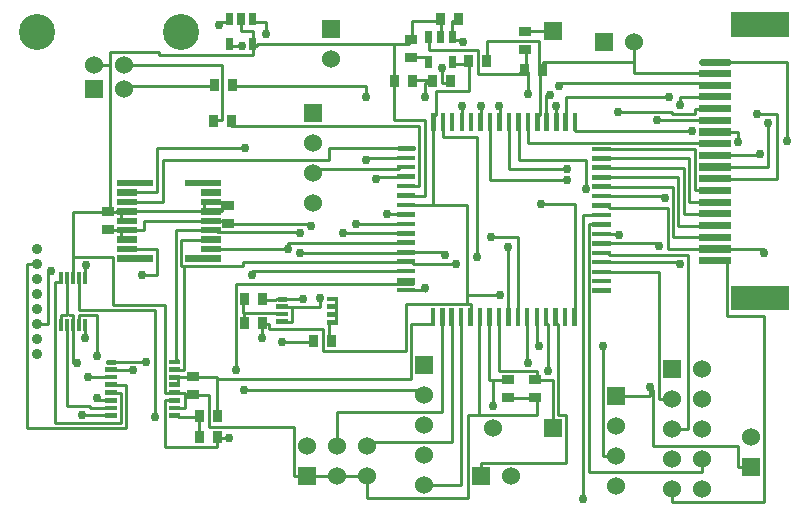
<source format=gbr>
G04 start of page 3 for group 1 idx 3
G04 Title: (unknown), component *
G04 Creator: pcb 20070912 *
G04 CreationDate: Fri Dec  7 19:10:14 2007 UTC *
G04 For: sean *
G04 Format: Gerber/RS-274X *
G04 PCB-Dimensions: 260000 170000 *
G04 PCB-Coordinate-Origin: lower left *
%MOIN*%
%FSLAX24Y24*%
%LNFRONT*%
%ADD11C,0.0100*%
%ADD12C,0.0200*%
%ADD13C,0.0600*%
%ADD14C,0.0360*%
%ADD15C,0.1200*%
%ADD16C,0.0300*%
%ADD17C,0.0380*%
%ADD18C,0.0280*%
%ADD19C,0.0900*%
%ADD20R,0.0300X0.0300*%
%ADD21R,0.0240X0.0240*%
%ADD22C,0.0240*%
%ADD23R,0.0820X0.0820*%
%ADD24R,0.0150X0.0150*%
%ADD25R,0.0216X0.0216*%
%ADD26C,0.0160*%
%ADD27R,0.0160X0.0160*%
%ADD28R,0.0118X0.0118*%
%ADD29C,0.0150*%
G54D11*X13984Y10430D02*X13330D01*
X11410Y9800D02*Y9809D01*
Y9800D02*X12870D01*
X10995Y9480D02*X12870D01*
Y11370D02*X12092D01*
Y11279D01*
X12870Y11615D02*Y11690D01*
X14320Y12685D02*X15462D01*
X13984Y10430D02*Y12970D01*
X14000D01*
X14320Y12685D02*Y12970D01*
X15132Y10430D02*X13984D01*
X13535Y11060D02*Y13070D01*
X13330Y11060D02*X13535D01*
X13715Y10740D02*X13330D01*
X12700Y13250D02*X13715D01*
Y10740D01*
X19075Y11922D02*Y10952D01*
X17585Y10458D02*X18710D01*
X15890Y12970D02*Y11262D01*
X15462Y12685D02*Y8695D01*
X15890Y11262D02*X18470D01*
X15935Y9355D02*X16820D01*
X20160Y13530D02*X21950D01*
X18190Y14480D02*X22960D01*
Y14420D01*
X22230Y14030D02*Y13760D01*
Y14030D02*X22960D01*
X18410Y14040D02*X21850D01*
X17150Y12505D02*X22960D01*
X18720Y12895D02*X22610D01*
X17470Y13430D02*X17544D01*
X18410Y14040D02*Y13430D01*
X21950Y13530D02*Y13455D01*
X22710D01*
X21470Y13250D02*X22960D01*
X22710Y13640D02*Y13455D01*
Y13640D02*X22960D01*
Y12505D02*Y12470D01*
X24160Y12860D02*X23810D01*
X24160D02*Y12535D01*
X23810Y12080D02*X24885D01*
Y12120D02*Y12080D01*
X24785Y13455D02*X25445D01*
X25775Y15200D02*X23810D01*
X25775D02*Y12555D01*
X19840Y12300D02*X22710D01*
X19840Y11980D02*X22530D01*
X19840Y11670D02*X22350D01*
X19840Y11350D02*X22170D01*
X19840Y11040D02*X21990D01*
X19840Y10720D02*X21710D01*
Y10645D01*
X19840Y9150D02*X21530D01*
Y9075D01*
X19840Y10410D02*Y10335D01*
X21810D01*
X19380Y10090D02*X18995D01*
X19380Y9780D02*X19175D01*
X25165Y13175D02*Y11690D01*
X23810D01*
Y8960D02*X25020D01*
X25445Y11300D02*X23810D01*
X22710Y12300D02*Y10910D01*
X22530Y11980D02*Y10520D01*
X22350Y11670D02*Y10130D01*
X22170Y11350D02*Y9740D01*
X21990Y11040D02*Y9350D01*
X22710Y10910D02*X22960D01*
X22530Y10520D02*X22960D01*
X22350Y10130D02*X22960D01*
X22170Y9740D02*X22960D01*
X21990Y9350D02*X22960D01*
X21810Y10335D02*Y8960D01*
X22960D01*
X25020D02*Y8840D01*
X25445Y13455D02*Y11300D01*
X20690Y15185D02*Y15860D01*
Y15185D02*Y14810D01*
X22960D01*
X17650Y14960D02*Y15185D01*
X20690D01*
X19660Y2050D02*X20090D01*
X24160Y1700D02*X24590D01*
X22492Y2950D02*X21940D01*
X24160Y2380D02*Y1700D01*
X23800Y6710D02*Y8570D01*
X22212Y8520D02*Y8445D01*
X19840Y8755D02*X22492D01*
Y2950D01*
X21510Y8200D02*Y3950D01*
X23800Y6710D02*X25020D01*
Y519D02*Y6710D01*
X17832Y6460D02*Y4880D01*
X18154Y6460D02*Y3430D01*
X18430D01*
Y1830D01*
X18995Y619D02*X18995D01*
X17450Y3442D02*Y4000D01*
X15870Y4600D02*X16000D01*
X16450D01*
X16000D02*Y3722D01*
X21510Y3950D02*X21940D01*
X21319Y4260D02*Y2380D01*
X24160D01*
X21940Y950D02*Y519D01*
X25020D01*
X19175Y1519D02*X22940D01*
Y1950D01*
X18995Y10090D02*Y619D01*
X18710Y10458D02*Y6920D01*
X19175Y1519D02*Y9780D01*
X19840Y9460D02*X20190D01*
Y9430D01*
X19840Y8520D02*X22212D01*
X19840Y8200D02*X21510D01*
X15170Y3442D02*X15519D01*
X17450D01*
X18430Y1830D02*X15600D01*
X17450Y4600D02*X17974D01*
X17450Y4880D02*Y4600D01*
X17974D02*Y3000D01*
X18000D01*
X16190Y4880D02*X17450D01*
X15132Y7125D02*Y7439D01*
Y10430D01*
Y7439D02*X16220D01*
X16500Y9025D02*Y6920D01*
X16820Y9355D02*Y6920D01*
X15519Y3442D02*Y6460D01*
X16190D02*Y4880D01*
X15870Y6460D02*Y4600D01*
X14610Y6460D02*Y2530D01*
X14300Y6460D02*Y3530D01*
X15170Y669D02*Y3442D01*
X18190Y14480D02*Y14400D01*
X17544Y14810D02*Y13430D01*
X18100Y13735D02*Y13430D01*
X17770D02*Y14080D01*
X17780Y13430D02*X17770D01*
X17900Y14090D02*Y14080D01*
X17770D01*
X16520Y12970D02*Y11642D01*
X16840Y12970D02*Y11922D01*
X17150Y12970D02*Y12505D01*
X16840Y11922D02*X19075D01*
X16520Y11642D02*X18470D01*
X18720Y12970D02*Y12895D01*
X16899Y14800D02*Y14860D01*
X17050D01*
X16899D02*X17050D01*
X17544Y14810D02*X17650Y14860D01*
X17544Y14810D01*
X17650D02*X17544D01*
X17050Y14860D02*X17145D01*
X17090Y14960D02*X17050D01*
X17525D02*X17650D01*
X17090D02*Y15610D01*
X11770Y14390D02*Y14029D01*
X12700Y14500D02*Y13250D01*
Y15795D02*Y14600D01*
Y15795D02*X13200D01*
X13850Y15350D02*X13300D01*
X14280Y14980D02*Y14500D01*
X14074Y13430D02*X14000D01*
X14074D02*Y14213D01*
X14280Y14500D02*X14560D01*
X16205Y13735D02*X16210D01*
X15585Y13741D02*X15580D01*
X14945D02*X14950D01*
X16210Y13735D02*Y13430D01*
X15580Y13741D02*Y13430D01*
X14950Y13741D02*Y13430D01*
X15600Y1830D02*Y1400D01*
X14930Y1100D02*X13700D01*
X14610Y2530D02*X11800D01*
Y2400D01*
X14300Y3530D02*X10800D01*
Y2400D01*
Y1400D02*X11800D01*
X13700Y4265D02*Y4100D01*
X11800Y1400D02*Y669D01*
X15170D01*
X13330Y7590D02*X13715D01*
X13270Y6460D02*X13990D01*
X13715Y7590D02*Y7569D01*
Y7670D02*Y7590D01*
Y7569D01*
X15519Y6460D02*X15560D01*
X15132Y7125D02*X15240D01*
X13090D02*X15132D01*
X13330Y8850D02*X14375D01*
X12870D02*Y8831D01*
X13330Y8540D02*Y8465D01*
X14755D01*
X14375Y8850D02*Y8745D01*
X13330Y7803D02*Y7910D01*
X13270Y4637D02*Y6460D01*
X13090Y5569D02*Y7125D01*
X17450Y6460D02*Y5720D01*
X17525D01*
X17350Y4000D02*X16550D01*
X17130Y5160D02*X17145D01*
X17130Y6460D02*Y5160D01*
X19660Y5720D02*Y2050D01*
X20090Y4050D02*X21230D01*
Y4350D02*Y4260D01*
X21319D01*
X21230D02*Y4350D01*
Y4050D02*Y4260D01*
X17760Y6460D02*X17832D01*
X18080D02*X18154D01*
X19840Y8830D02*Y8755D01*
X14930Y6460D02*Y1100D01*
X11770Y14390D02*X7290D01*
X7610Y15720D02*X7200D01*
X7980Y15880D02*Y16210D01*
X7590D01*
X7980Y15439D02*Y15720D01*
X8115D01*
Y15795D02*Y15720D01*
Y15795D02*X12700D01*
X6970Y13260D02*Y15100D01*
X13535Y13070D02*X7260D01*
X8410Y16540D02*Y16140D01*
Y16540D02*X7980D01*
X7200D02*X6850D01*
Y16420D01*
X7590Y16210D02*Y16540D01*
X17090Y16210D02*X17980D01*
X15029Y15160D02*X15180D01*
X15029D02*Y15120D01*
X15180Y14213D02*Y15160D01*
X15029Y15120D02*X14630D01*
X14074Y14213D02*X15180D01*
X13960Y14600D02*X13300D01*
X13720Y14500D02*Y14040D01*
Y14500D02*X13960D01*
X13200Y15950D02*Y15795D01*
X17145Y14117D02*Y14860D01*
X16899D02*Y14800D01*
X15480D01*
X17525Y15890D02*X15780D01*
Y15260D01*
X17525Y15890D02*Y14960D01*
X15480Y15583D02*X13850D01*
Y15940D01*
X14630D02*X14980D01*
Y15867D01*
X15480Y15583D02*Y14800D01*
X14630Y16560D02*Y16100D01*
X14250D02*X14240D01*
X14250Y16560D02*Y16100D01*
X13300Y15950D02*Y16560D01*
X14250D01*
X14630D02*X14850D01*
X15240Y7125D02*Y6920D01*
X12870Y10110D02*X12443D01*
Y10137D02*Y10110D01*
X10000Y11615D02*Y11500D01*
X10510Y12310D02*Y11930D01*
X12870Y11615D02*X10000D01*
X10740Y6860D02*Y6780D01*
Y6860D01*
Y6520D02*Y6780D01*
X12870Y12000D02*X11745D01*
Y11925D01*
X12870Y12310D02*X10510D01*
X10210Y7019D02*Y7332D01*
X8940Y5850D02*X10000D01*
X5490Y5270D02*Y5190D01*
X5420Y5270D02*X5490D01*
X10520Y5950D02*X10600D01*
X10520Y6520D02*Y5950D01*
X10320Y6300D02*Y5569D01*
X13090D01*
X10740Y7030D02*Y6860D01*
Y7290D02*Y7030D01*
X6800Y4700D02*Y4637D01*
X13270D01*
X7700Y4265D02*X13700D01*
X8769Y7300D02*Y7250D01*
X8300Y5994D02*Y6450D01*
X9645Y7300D02*X9070D01*
X9280Y7019D02*X10210D01*
X9280Y7040D02*Y7019D01*
Y6530D01*
X5420Y9585D02*X6351D01*
X5600Y8401D02*Y9270D01*
Y8401D02*X5700D01*
X7660D01*
Y8540D02*Y8401D01*
X12870Y9170D02*X9170D01*
Y8955D02*Y9170D01*
Y8955D02*X6803D01*
X8300Y6450D02*X8520D01*
Y6300D01*
X8769Y6790D02*X8850D01*
X8769Y6830D02*Y6790D01*
X8520Y6300D02*X10320D01*
X8769Y7250D02*X8300D01*
X9070Y7040D02*X9280D01*
Y6530D02*X9070D01*
X7649Y7250D02*X7700D01*
X8769Y6830D02*X7700D01*
X7649D02*Y7250D01*
Y6830D02*X7700D01*
Y6550D01*
X5420Y5270D02*Y9585D01*
X5950Y4680D02*Y4700D01*
X5490Y4680D02*X5950D01*
X5490Y4940D02*X5670D01*
Y4935D01*
Y4940D02*Y4935D01*
X5700Y4940D02*X5670D01*
X5700D02*Y8401D01*
X7940Y8220D02*Y8091D01*
X6803Y9585D02*Y9520D01*
Y9900D02*X7120D01*
Y9800D01*
X5002Y11930D02*X10510D01*
X5002D02*Y10529D01*
X9930Y9800D02*Y9710D01*
X9550Y8831D02*X12870D01*
X6940Y10400D02*Y10215D01*
X6350Y10529D02*Y10215D01*
X6940Y10400D02*Y10529D01*
X6803D01*
X12870Y8220D02*X7940D01*
X7420Y7803D02*X13330D01*
X7660Y8540D02*X12870D01*
X8769Y7300D02*X8850D01*
X9930Y9800D02*X7220D01*
X6803Y9520D02*X9550D01*
Y9508D01*
X3370Y4940D02*Y4960D01*
Y4940D02*Y4960D01*
X3150Y4690D02*X2499D01*
X2184Y6618D02*Y6558D01*
Y6618D02*X2192D01*
X2789Y6748D02*Y5409D01*
X2381Y6283D02*Y5994D01*
X1987Y6283D02*Y5165D01*
X2560Y3720D02*Y3660D01*
X3150D01*
X2789Y4000D02*Y3920D01*
X3150D01*
X2115Y5165D02*X1987D01*
Y6558D02*Y6748D01*
X1840D01*
X3150Y3440D02*Y3410D01*
X1790Y3720D02*X2560D01*
X2280Y3440D02*X3150D01*
X1404Y3159D02*X3580D01*
X470Y2979D02*X3760D01*
X3370Y4940D02*X3980D01*
Y4917D01*
X4430Y5200D02*Y5197D01*
X3370Y5200D02*X4430D01*
X3580Y4170D02*X3370D01*
X3580Y3159D02*Y4170D01*
X3370Y4430D02*X3760D01*
Y2979D01*
X2381Y8422D02*Y8133D01*
X1790Y6283D02*Y3720D01*
X1404Y7858D02*Y3159D01*
X470Y2979D02*Y8460D01*
X1790Y7858D02*Y6748D01*
X1594D02*Y6558D01*
Y6748D02*X1790D01*
X470Y8460D02*X780D01*
X1790Y6748D02*X1790D01*
X1790D02*X1790D01*
X7720Y12320D02*X4800D01*
X6660Y13260D02*X6970D01*
X3700Y14390D02*Y14300D01*
Y14390D02*X6690D01*
X4870Y15530D02*Y15439D01*
X7980D01*
X6970Y15100D02*X3700D01*
X3220Y15530D02*X4870D01*
X3220D02*Y15100D01*
Y10200D01*
Y15100D02*X2700D01*
X1987Y8702D02*Y10200D01*
X3120D01*
X3220Y9585D02*Y9600D01*
X1987Y8702D02*X3337D01*
X1987Y8133D02*Y8702D01*
X3337D02*Y7108D01*
X5060D01*
X4778Y8096D02*X4298D01*
X4778Y8955D02*X4028D01*
X4778Y8096D02*Y8955D01*
X3575Y9585D02*Y9270D01*
X4346Y9900D02*Y9585D01*
X4028D01*
X4800Y10844D02*X4028D01*
X6351Y9900D02*X4346D01*
X5002Y10529D02*X4028D01*
X4028Y10215D02*X6350D01*
X4800Y10844D02*Y12320D01*
X5600Y9270D02*X6351D01*
X6803Y10215D02*X6940D01*
X7120Y10400D02*X6940D01*
X3575Y10215D02*Y9900D01*
X3220Y10200D02*X3418D01*
Y10215D02*Y10200D01*
Y10215D02*X3575D01*
X3220Y9585D02*X3575D01*
X4710Y6928D02*Y3360D01*
X5060Y7108D02*Y4170D01*
X5724Y3660D02*X5490D01*
X5724Y4120D02*Y3660D01*
Y4170D02*Y4120D01*
X5490Y4170D02*X5724D01*
X5490Y4430D02*Y4680D01*
X5060Y4170D02*X5270D01*
X9370Y3030D02*Y1400D01*
X7420Y4917D02*Y7803D01*
X6520Y3030D02*X9370D01*
Y1400D02*X9800D01*
X10800D02*X9800D01*
X6520Y4100D02*Y3030D01*
X6800Y4637D02*Y3450D01*
Y2650D02*Y2369D01*
X7180Y2650D02*X6800D01*
X6200Y3350D02*Y2750D01*
X5490Y3350D02*X6200D01*
X5060Y3910D02*X5270D01*
X5490Y3400D02*Y3350D01*
X5060Y2369D02*Y3910D01*
X6800Y2369D02*X5060D01*
X6050Y4700D02*X6800D01*
X5950Y4120D02*Y4100D01*
X5724Y4120D02*X5950D01*
X6050Y4100D02*X6520D01*
X2184Y6928D02*X4710D01*
X1140Y8240D02*X1247D01*
X1594Y7858D02*X1404D01*
X1140Y8240D02*Y6460D01*
X780D01*
X2192Y6618D02*Y6748D01*
X2789D01*
X2184Y7858D02*Y6928D01*
X2432Y8422D02*X2381D01*
G54D12*G36*
X21640Y5250D02*Y4650D01*
X22240D01*
Y5250D01*
X21640D01*
G37*
G54D13*X22940Y4950D03*
X21940Y3950D03*
X22940D03*
Y2950D03*
Y1950D03*
Y950D03*
G54D12*G36*
X24290Y2000D02*Y1400D01*
X24890D01*
Y2000D01*
X24290D01*
G37*
G54D13*X24590Y2700D03*
G54D12*G36*
X17700Y3300D02*Y2700D01*
X18300D01*
Y3300D01*
X17700D01*
G37*
G54D14*X780Y8960D03*
Y8460D03*
Y7960D03*
Y7460D03*
Y6960D03*
Y6460D03*
Y5960D03*
Y5460D03*
G54D12*G36*
X2400Y14600D02*Y14000D01*
X3000D01*
Y14600D01*
X2400D01*
G37*
G54D13*X3700Y14300D03*
Y15100D03*
X2700D03*
G54D15*X800Y16200D03*
X5600D03*
G54D12*G36*
X9700Y13800D02*Y13200D01*
X10300D01*
Y13800D01*
X9700D01*
G37*
G54D13*X10000Y12500D03*
Y11500D03*
Y10500D03*
G54D12*G36*
X10300Y16600D02*Y16000D01*
X10900D01*
Y16600D01*
X10300D01*
G37*
G54D13*X10600Y15300D03*
G54D12*G36*
X17680Y16510D02*Y15910D01*
X18280D01*
Y16510D01*
X17680D01*
G37*
G54D13*X21940Y1950D03*
Y950D03*
Y2950D03*
G54D12*G36*
X19790Y4350D02*Y3750D01*
X20390D01*
Y4350D01*
X19790D01*
G37*
G54D13*X20090Y3050D03*
Y2050D03*
Y1050D03*
G54D12*G36*
X19390Y16160D02*Y15560D01*
X19990D01*
Y16160D01*
X19390D01*
G37*
G54D13*X20690Y15860D03*
G54D12*G36*
X9500Y1700D02*Y1100D01*
X10100D01*
Y1700D01*
X9500D01*
G37*
G54D13*X9800Y2400D03*
X10800Y1400D03*
Y2400D03*
X11800Y1400D03*
G54D12*G36*
X15300Y1700D02*Y1100D01*
X15900D01*
Y1700D01*
X15300D01*
G37*
G54D13*X16600Y1400D03*
X11800Y2400D03*
X16000Y3000D03*
G54D12*G36*
X13400Y5400D02*Y4800D01*
X14000D01*
Y5400D01*
X13400D01*
G37*
G54D13*X13700Y4100D03*
Y3100D03*
Y2100D03*
Y1100D03*
G54D16*X14280Y14980D03*
X18190Y14400D03*
X18470Y11642D03*
X18100Y13735D03*
X18470Y11262D03*
X17585Y10458D03*
X17145Y14117D03*
X17900Y14090D03*
X16500Y9025D03*
X15935Y9355D03*
X14755Y8465D03*
X15462Y8695D03*
X22230Y13760D03*
X20160Y13530D03*
X21850Y14040D03*
X21470Y13250D03*
X22610Y12895D03*
X25165Y13175D03*
X24785Y13455D03*
X24885Y12120D03*
X25020Y8840D03*
X24160Y12535D03*
X25775Y12555D03*
X19075Y10952D03*
X21710Y10645D03*
X20190Y9430D03*
X21530Y9075D03*
X22212Y8445D03*
X17832Y4880D03*
X17145Y5160D03*
X17525Y5720D03*
X19660D03*
X21230Y4350D03*
X16000Y3722D03*
X18995Y619D03*
X7610Y15720D03*
X6850Y16420D03*
X14945Y13741D03*
X13720Y14040D03*
X11770Y14029D03*
X15585Y13741D03*
X16205Y13735D03*
X8410Y16140D03*
X11745Y11925D03*
X7720Y12320D03*
X14980Y15867D03*
X8940Y5850D03*
X7420Y4917D03*
X7180Y2650D03*
X7700Y4265D03*
X2432Y8422D03*
X1247Y8240D03*
X4298Y8096D03*
X4710Y3360D03*
X4430Y5197D03*
X3980Y4917D03*
X2280Y3440D03*
X2789Y5409D03*
Y4000D03*
X2115Y5165D03*
X2499Y4690D03*
X2381Y5994D03*
X7940Y8091D03*
X8300Y5994D03*
X12092Y11279D03*
X12443Y10137D03*
X9930Y9710D03*
X9550Y9508D03*
X9550Y8831D03*
X9170Y8955D03*
X11410Y9809D03*
X10995Y9480D03*
X16220Y7439D03*
X13715Y7670D03*
X14375Y8745D03*
X10210Y7332D03*
X9645Y7300D03*
G54D20*X14250Y16660D02*Y16560D01*
X14850Y16660D02*Y16560D01*
G54D21*X13850Y16100D02*Y15940D01*
X14240Y16100D02*Y15940D01*
X14630Y16100D02*Y15940D01*
G54D20*X15780Y15260D02*Y15160D01*
X17650Y14960D02*Y14860D01*
X17050Y14960D02*Y14860D01*
X15180Y15260D02*Y15160D01*
G54D21*X14630Y15280D02*Y15120D01*
X13850Y15280D02*Y15120D01*
G54D20*X13200Y15950D02*X13300D01*
X13200Y15350D02*X13300D01*
X12700Y14600D02*Y14500D01*
X13300Y14600D02*Y14500D01*
X13960Y14600D02*Y14500D01*
X14560Y14600D02*Y14500D01*
G54D22*X22960Y15200D02*X23810D01*
G54D21*X22960Y14810D02*X23810D01*
X22960Y14420D02*X23810D01*
X22960Y14030D02*X23810D01*
X22960Y13640D02*X23810D01*
X22960Y13250D02*X23810D01*
X22960Y12860D02*X23810D01*
X22960Y12470D02*X23810D01*
G54D23*X24340Y16440D02*X25440D01*
G54D20*X16990Y16210D02*X17090D01*
X16990Y15610D02*X17090D01*
G54D24*X18720Y13430D02*Y12970D01*
X18410Y13430D02*Y12970D01*
X18100Y13430D02*Y12970D01*
X17780Y13430D02*Y12970D01*
X17470Y13430D02*Y12970D01*
X17150Y13430D02*Y12970D01*
X16840Y13430D02*Y12970D01*
X16520Y13430D02*Y12970D01*
X16210Y13430D02*Y12970D01*
X15890Y13430D02*Y12970D01*
X15580Y13430D02*Y12970D01*
X15260Y13430D02*Y12970D01*
X14950Y13430D02*Y12970D01*
X14630Y13430D02*Y12970D01*
X14320Y13430D02*Y12970D01*
X14000Y13430D02*Y12970D01*
G54D20*X6660Y13260D02*Y13160D01*
X7260Y13260D02*Y13160D01*
X6690Y14490D02*Y14390D01*
X7290Y14490D02*Y14390D01*
G54D21*X7200Y16700D02*Y16540D01*
X7590Y16700D02*Y16540D01*
X7980Y16700D02*Y16540D01*
Y15880D02*Y15720D01*
X7200Y15880D02*Y15720D01*
G54D20*X7120Y9800D02*X7220D01*
X7120Y10400D02*X7220D01*
X3120Y9600D02*X3220D01*
X3120Y10200D02*X3220D01*
G54D25*X3575Y10215D02*X4028D01*
X3575Y9900D02*X4028D01*
X3575Y9585D02*X4028D01*
X3575Y11159D02*X4540D01*
X3575Y10844D02*X4028D01*
X3575Y10529D02*X4028D01*
X3575Y9270D02*X4028D01*
X3575Y8955D02*X4028D01*
X3575Y8640D02*X4540D01*
X5839D02*X6803D01*
X6351Y8955D02*X6803D01*
X6351Y9270D02*X6803D01*
X6351Y9585D02*X6803D01*
X6351Y9900D02*X6803D01*
X6350Y10215D02*X6803D01*
X6351Y10529D02*X6803D01*
X6351Y10844D02*X6803D01*
X5839Y11159D02*X6803D01*
G54D26*X3150Y5200D02*X3370D01*
G54D27*X3150Y4940D02*X3370D01*
X3150Y4690D02*X3370D01*
X3150Y4430D02*X3370D01*
X3150Y4170D02*X3370D01*
X3150Y3920D02*X3370D01*
X3150Y3660D02*X3370D01*
X3150Y3410D02*X3370D01*
X5270Y3400D02*X5490D01*
X5270Y3660D02*X5490D01*
X5270Y3910D02*X5490D01*
X5270Y4170D02*X5490D01*
X5270Y4430D02*X5490D01*
X5270Y4680D02*X5490D01*
X5270Y4940D02*X5490D01*
X5270Y5190D02*X5490D01*
G54D20*X6200Y2750D02*Y2650D01*
X6800Y2750D02*Y2650D01*
X6200Y3450D02*Y3350D01*
X6800Y3450D02*Y3350D01*
X5950Y4700D02*X6050D01*
X5950Y4100D02*X6050D01*
G54D28*X1594Y6558D02*Y6283D01*
X1790Y6558D02*Y6283D01*
X1987Y6558D02*Y6283D01*
X2184Y6558D02*Y6283D01*
X2381Y6558D02*Y6283D01*
Y8133D02*Y7858D01*
X2184Y8133D02*Y7858D01*
X1987Y8133D02*Y7858D01*
X1790Y8133D02*Y7858D01*
X1594Y8133D02*Y7858D01*
G54D26*X8850Y7300D02*X9070D01*
G54D27*X8850Y7040D02*X9070D01*
G54D20*X7700Y6550D02*Y6450D01*
X8300Y6550D02*Y6450D01*
G54D27*X8850Y6790D02*X9070D01*
X8850Y6530D02*X9070D01*
X10520Y6520D02*X10740D01*
X10520Y6780D02*X10740D01*
X10520Y7030D02*X10740D01*
X10520Y7290D02*X10740D01*
G54D20*X10000Y5950D02*Y5850D01*
X10600Y5950D02*Y5850D01*
X7700Y7350D02*Y7250D01*
X8300Y7350D02*Y7250D01*
G54D21*X22960Y12080D02*X23810D01*
X22960Y11690D02*X23810D01*
X22960Y11300D02*X23810D01*
X22960Y10910D02*X23810D01*
X22960Y10520D02*X23810D01*
X22960Y10130D02*X23810D01*
X22960Y9740D02*X23810D01*
X22960Y9350D02*X23810D01*
X22960Y8960D02*X23810D01*
X22960Y8570D02*X23810D01*
G54D23*X24340Y7330D02*X25440D01*
G54D29*X12870Y12310D02*X13330D01*
G54D24*X12870Y12000D02*X13330D01*
X12870Y11690D02*X13330D01*
X12870Y11370D02*X13330D01*
X12870Y11060D02*X13330D01*
X12870Y10740D02*X13330D01*
X12870Y10430D02*X13330D01*
X12870Y10110D02*X13330D01*
X12870Y9800D02*X13330D01*
X12870Y9480D02*X13330D01*
X12870Y9170D02*X13330D01*
X12870Y8850D02*X13330D01*
X12870Y8540D02*X13330D01*
X12870Y8220D02*X13330D01*
X12870Y7910D02*X13330D01*
X12870Y7590D02*X13330D01*
X13990Y6920D02*Y6460D01*
X14300Y6920D02*Y6460D01*
X14610Y6920D02*Y6460D01*
X14930Y6920D02*Y6460D01*
X15240Y6920D02*Y6460D01*
X15560Y6920D02*Y6460D01*
X15870Y6920D02*Y6460D01*
X16190Y6920D02*Y6460D01*
X16500Y6920D02*Y6460D01*
X16820Y6920D02*Y6460D01*
X17130Y6920D02*Y6460D01*
G54D20*X17350Y4000D02*X17450D01*
X17350Y4600D02*X17450D01*
X16450Y4000D02*X16550D01*
X16450Y4600D02*X16550D01*
G54D24*X17450Y6920D02*Y6460D01*
X17760Y6920D02*Y6460D01*
X18080Y6920D02*Y6460D01*
X18390Y6920D02*Y6460D01*
X18710Y6920D02*Y6460D01*
X19380Y7580D02*X19840D01*
X19380Y7890D02*X19840D01*
X19380Y8200D02*X19840D01*
X19380Y8520D02*X19840D01*
X19380Y8830D02*X19840D01*
X19380Y9150D02*X19840D01*
X19380Y9460D02*X19840D01*
X19380Y9780D02*X19840D01*
X19380Y10090D02*X19840D01*
X19380Y10410D02*X19840D01*
X19380Y10720D02*X19840D01*
X19380Y11040D02*X19840D01*
X19380Y11350D02*X19840D01*
X19380Y11670D02*X19840D01*
X19380Y11980D02*X19840D01*
X19380Y12300D02*X19840D01*
G54D17*G54D18*G54D12*G54D18*G54D19*G54D17*G54D18*G54D17*G54D12*M02*

</source>
